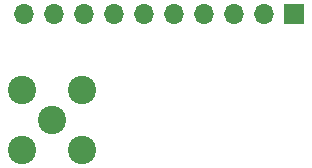
<source format=gbr>
%TF.GenerationSoftware,KiCad,Pcbnew,(6.0.10-0)*%
%TF.CreationDate,2023-02-01T22:05:36-08:00*%
%TF.ProjectId,DRF1268T,44524631-3236-4385-942e-6b696361645f,rev?*%
%TF.SameCoordinates,Original*%
%TF.FileFunction,Soldermask,Bot*%
%TF.FilePolarity,Negative*%
%FSLAX46Y46*%
G04 Gerber Fmt 4.6, Leading zero omitted, Abs format (unit mm)*
G04 Created by KiCad (PCBNEW (6.0.10-0)) date 2023-02-01 22:05:36*
%MOMM*%
%LPD*%
G01*
G04 APERTURE LIST*
%ADD10C,2.400000*%
%ADD11R,1.700000X1.700000*%
%ADD12O,1.700000X1.700000*%
G04 APERTURE END LIST*
D10*
%TO.C,J1*%
X147320000Y-107318000D03*
X149860000Y-104778000D03*
X144780000Y-104778000D03*
X144780000Y-109858000D03*
X149860000Y-109858000D03*
%TD*%
D11*
%TO.C,J2*%
X167864000Y-98323000D03*
D12*
X165324000Y-98323000D03*
X162784000Y-98323000D03*
X160244000Y-98323000D03*
X157704000Y-98323000D03*
X155164000Y-98323000D03*
X152624000Y-98323000D03*
X150084000Y-98323000D03*
X147544000Y-98323000D03*
X145004000Y-98323000D03*
%TD*%
M02*

</source>
